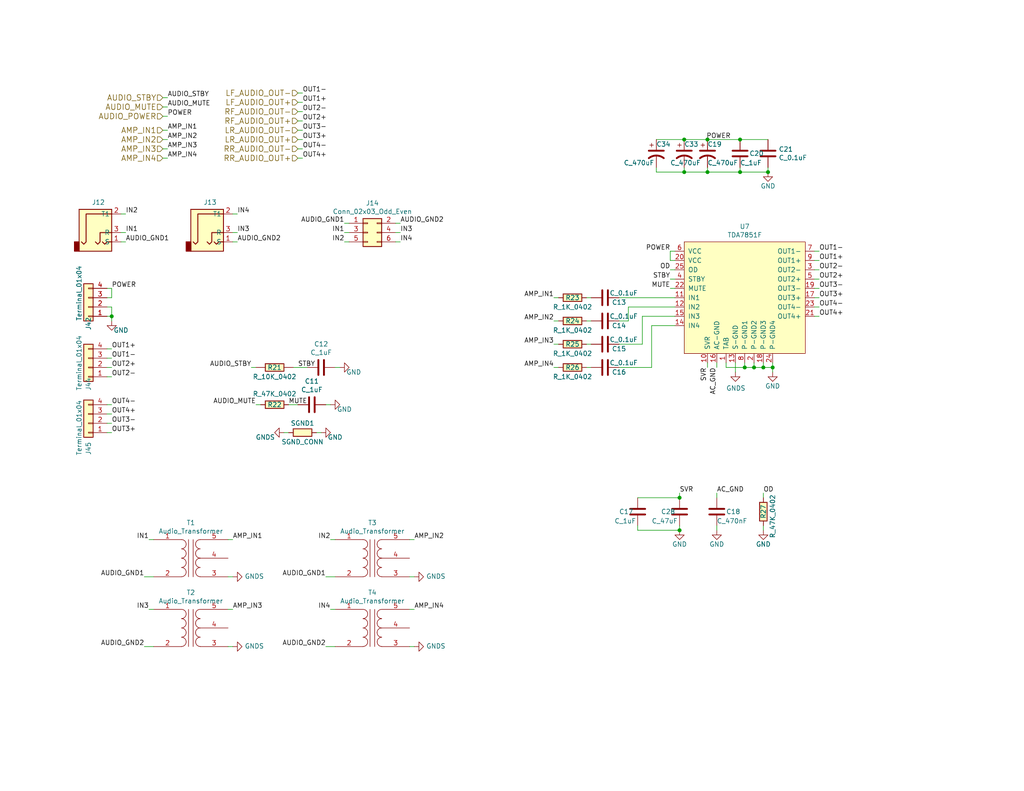
<source format=kicad_sch>
(kicad_sch (version 20211123) (generator eeschema)
  (paper "USLetter")
  (lib_symbols
    (symbol "Connector_Generic:Conn_02x03_Odd_Even" (pin_names (offset 1.016) hide)
      (property "Reference" "J" (at 1.27 5.08 0))
      (property "Value" "Connector_Generic_Conn_02x03_Odd_Even" (at 1.27 -5.08 0))
      (symbol "Conn_02x03_Odd_Even_1_1"
        (rectangle (start -1.27 -2.413) (end 0 -2.667) (stroke (width 0.1524)))
        (rectangle (start -1.27 0.127) (end 0 -0.127) (stroke (width 0.1524)))
        (rectangle (start -1.27 2.667) (end 0 2.413) (stroke (width 0.1524)))
        (rectangle (start -1.27 3.81) (end 3.81 -3.81) (stroke (width 0.254)) (fill (type background)))
        (rectangle (start 3.81 -2.413) (end 2.54 -2.667) (stroke (width 0.1524)))
        (rectangle (start 3.81 0.127) (end 2.54 -0.127) (stroke (width 0.1524)))
        (rectangle (start 3.81 2.667) (end 2.54 2.413) (stroke (width 0.1524)))
        (pin passive line (at -5.08 2.54 0) (length 3.81) (name "Pin_1") (number "1"))
        (pin passive line (at 7.62 2.54 180) (length 3.81) (name "Pin_2") (number "2"))
        (pin passive line (at -5.08 0 0) (length 3.81) (name "Pin_3") (number "3"))
        (pin passive line (at 7.62 0 180) (length 3.81) (name "Pin_4") (number "4"))
        (pin passive line (at -5.08 -2.54 0) (length 3.81) (name "Pin_5") (number "5"))
        (pin passive line (at 7.62 -2.54 180) (length 3.81) (name "Pin_6") (number "6"))
      )
    )
    (symbol "Open_Automation:Audio_Transformer" (pin_names (offset 1.016) hide)
      (property "Reference" "T" (at 0 6.35 0))
      (property "Value" "Open_Automation_Audio_Transformer" (at 0 -7.62 0))
      (symbol "Audio_Transformer_0_1"
        (arc (start -2.54 -5.0546) (mid -1.6599 -4.6901) (end -1.27 -3.81))
        (arc (start -2.54 -2.5146) (mid -1.6599 -2.1501) (end -1.27 -1.27))
        (arc (start -2.54 0.0254) (mid -1.6599 0.3899) (end -1.27 1.27))
        (arc (start -2.54 2.5654) (mid -1.6599 2.9299) (end -1.27 3.81))
        (arc (start -1.27 -3.81) (mid -1.642 -2.912) (end -2.54 -2.54))
        (arc (start -1.27 -1.27) (mid -1.642 -0.372) (end -2.54 0))
        (arc (start -1.27 1.27) (mid -1.642 2.168) (end -2.54 2.54))
        (arc (start -1.27 3.81) (mid -1.642 4.708) (end -2.54 5.08))
        (polyline (pts (xy -0.635 5.08) (xy -0.635 -5.08)))
        (polyline (pts (xy 0.635 -5.08) (xy 0.635 5.08)))
        (arc (start 1.2954 -1.27) (mid 1.6599 -2.1501) (end 2.54 -2.5146))
        (arc (start 1.2954 1.27) (mid 1.6599 0.3899) (end 2.54 0.0254))
        (arc (start 1.2954 3.81) (mid 1.6599 2.9299) (end 2.54 2.5654))
        (arc (start 1.3208 -3.81) (mid 1.6853 -4.6901) (end 2.5654 -5.0546))
        (arc (start 2.54 0) (mid 1.642 -0.372) (end 1.2954 -1.27))
        (arc (start 2.54 2.54) (mid 1.642 2.168) (end 1.2954 1.27))
        (arc (start 2.54 5.08) (mid 1.642 4.708) (end 1.2954 3.81))
        (arc (start 2.5654 -2.54) (mid 1.6674 -2.912) (end 1.3208 -3.81))
      )
      (symbol "Audio_Transformer_1_1"
        (pin passive line (at -10.16 5.08 0) (length 7.62) (name "AA") (number "1"))
        (pin passive line (at -10.16 -5.08 0) (length 7.62) (name "AB") (number "2"))
        (pin passive line (at 10.16 -5.08 180) (length 7.62) (name "SA") (number "3"))
        (pin passive line (at 10.16 0 180) (length 7.62) (name "SC") (number "4"))
        (pin passive line (at 10.16 5.08 180) (length 7.62) (name "SB") (number "5"))
      )
    )
    (symbol "Open_Automation:C_0.1uF" (pin_numbers hide) (pin_names (offset 0.254))
      (property "Reference" "C" (at 0.635 2.54 0))
      (property "Value" "Open_Automation_C_0.1uF" (at -8.255 -2.54 0))
      (symbol "C_0.1uF_0_1"
        (polyline (pts (xy -2.032 -0.762) (xy 2.032 -0.762)) (stroke (width 0.508)))
        (polyline (pts (xy -2.032 0.762) (xy 2.032 0.762)) (stroke (width 0.508)))
      )
      (symbol "C_0.1uF_1_1"
        (pin passive line (at 0 3.81 270) (length 2.794) (name "~") (number "1"))
        (pin passive line (at 0 -3.81 90) (length 2.794) (name "~") (number "2"))
      )
    )
    (symbol "Open_Automation:C_1uF" (pin_numbers hide) (pin_names (offset 0.254))
      (property "Reference" "C" (at 0.635 2.54 0))
      (property "Value" "Open_Automation_C_1uF" (at -5.715 -2.54 0))
      (symbol "C_1uF_0_1"
        (polyline (pts (xy -2.032 -0.762) (xy 2.032 -0.762)) (stroke (width 0.508)))
        (polyline (pts (xy -2.032 0.762) (xy 2.032 0.762)) (stroke (width 0.508)))
      )
      (symbol "C_1uF_1_1"
        (pin passive line (at 0 3.81 270) (length 2.794) (name "~") (number "1"))
        (pin passive line (at 0 -3.81 90) (length 2.794) (name "~") (number "2"))
      )
    )
    (symbol "Open_Automation:C_470uF" (pin_numbers hide) (pin_names (offset 0.254) hide)
      (property "Reference" "C" (at 0.635 2.54 0))
      (property "Value" "Open_Automation_C_470uF" (at 0.635 -2.54 0))
      (symbol "C_470uF_0_1"
        (polyline (pts (xy -2.032 0.762) (xy 2.032 0.762)) (stroke (width 0.508)))
        (polyline (pts (xy -1.778 2.286) (xy -0.762 2.286)))
        (polyline (pts (xy -1.27 1.778) (xy -1.27 2.794)))
        (arc (start 2.032 -1.27) (mid 0 -0.5572) (end -2.032 -1.27) (stroke (width 0.508)))
      )
      (symbol "C_470uF_1_1"
        (pin passive line (at 0 3.81 270) (length 2.794) (name "~") (number "1"))
        (pin passive line (at 0 -3.81 90) (length 3.302) (name "~") (number "2"))
      )
    )
    (symbol "Open_Automation:C_47uF" (pin_numbers hide) (pin_names (offset 0.254))
      (property "Reference" "C" (at 0.635 2.54 0))
      (property "Value" "Open_Automation_C_47uF" (at -5.715 -2.54 0))
      (symbol "C_47uF_0_1"
        (polyline (pts (xy -2.032 -0.762) (xy 2.032 -0.762)) (stroke (width 0.508)))
        (polyline (pts (xy -2.032 0.762) (xy 2.032 0.762)) (stroke (width 0.508)))
      )
      (symbol "C_47uF_1_1"
        (pin passive line (at 0 3.81 270) (length 2.794) (name "~") (number "1"))
        (pin passive line (at 0 -3.81 90) (length 2.794) (name "~") (number "2"))
      )
    )
    (symbol "Open_Automation:R_10K_0402" (pin_numbers hide) (pin_names (offset 0))
      (property "Reference" "R" (at 0 0 90))
      (property "Value" "Open_Automation_R_10K_0402" (at -1.905 0 90))
      (symbol "R_10K_0402_0_1"
        (rectangle (start -1.016 -2.54) (end 1.016 2.54) (stroke (width 0.254)) (fill (type background)))
      )
      (symbol "R_10K_0402_1_1"
        (pin passive line (at 0 -5.08 90) (length 2.54) (name "~") (number "1"))
        (pin passive line (at 0 5.08 270) (length 2.54) (name "~") (number "2"))
      )
    )
    (symbol "Open_Automation:R_1K_0402" (pin_numbers hide) (pin_names (offset 0))
      (property "Reference" "R" (at 0 0 90))
      (property "Value" "Open_Automation_R_1K_0402" (at -1.905 0 90))
      (symbol "R_1K_0402_0_1"
        (rectangle (start -1.016 -2.54) (end 1.016 2.54) (stroke (width 0.254)) (fill (type background)))
      )
      (symbol "R_1K_0402_1_1"
        (pin passive line (at 0 3.81 270) (length 1.27) (name "~") (number "1"))
        (pin passive line (at 0 -3.81 90) (length 1.27) (name "~") (number "2"))
      )
    )
    (symbol "Open_Automation:R_47K_0402" (pin_numbers hide) (pin_names (offset 0))
      (property "Reference" "R" (at 0 0 90))
      (property "Value" "Open_Automation_R_47K_0402" (at -1.905 0 90))
      (symbol "R_47K_0402_0_1"
        (rectangle (start -1.016 -2.54) (end 1.016 2.54) (stroke (width 0.254)) (fill (type background)))
      )
      (symbol "R_47K_0402_1_1"
        (pin passive line (at 0 3.81 270) (length 1.27) (name "~") (number "1"))
        (pin passive line (at 0 -3.81 90) (length 1.27) (name "~") (number "2"))
      )
    )
    (symbol "Open_Automation:SGND_CONN" (pin_numbers hide) (pin_names (offset 0))
      (property "Reference" "SGND" (at 0 0 90))
      (property "Value" "Open_Automation_SGND_CONN" (at -1.905 0 90))
      (symbol "SGND_CONN_0_1"
        (rectangle (start -1.016 -2.54) (end 1.016 2.54) (stroke (width 0.254)) (fill (type background)))
      )
      (symbol "SGND_CONN_1_1"
        (pin passive line (at 0 3.81 270) (length 1.27) (name "~") (number "1"))
        (pin passive line (at 0 -3.81 90) (length 1.27) (name "~") (number "2"))
      )
    )
    (symbol "Open_Automation:Terminal_01x04" (pin_names (offset 1.016) hide)
      (property "Reference" "J" (at 0 5.08 0))
      (property "Value" "Open_Automation_Terminal_01x04" (at 0 -7.62 0))
      (symbol "Terminal_01x04_1_1"
        (rectangle (start -1.27 -4.953) (end 0 -5.207) (stroke (width 0.1524)))
        (rectangle (start -1.27 -2.413) (end 0 -2.667) (stroke (width 0.1524)))
        (rectangle (start -1.27 0.127) (end 0 -0.127) (stroke (width 0.1524)))
        (rectangle (start -1.27 2.667) (end 0 2.413) (stroke (width 0.1524)))
        (rectangle (start -1.27 3.81) (end 1.27 -6.35) (stroke (width 0.254)) (fill (type background)))
        (pin passive line (at -5.08 2.54 0) (length 3.81) (name "Pin_1") (number "1"))
        (pin passive line (at -5.08 0 0) (length 3.81) (name "Pin_2") (number "2"))
        (pin passive line (at -5.08 -2.54 0) (length 3.81) (name "Pin_3") (number "3"))
        (pin passive line (at -5.08 -5.08 0) (length 3.81) (name "Pin_4") (number "4"))
      )
    )
    (symbol "open-dash-daughterboard-rescue:AudioJack_3.5TRS-Open_Automation"
      (property "Reference" "J" (at 0 5.08 0))
      (symbol "AudioJack_3.5TRS-Open_Automation_0_1"
        (rectangle (start -6.35 -5.08) (end -7.62 -7.62) (stroke (width 0.254)) (fill (type outline)))
        (polyline (pts (xy 0 -5.08) (xy 0.635 -5.715) (xy 1.27 -5.08) (xy 2.54 -5.08)) (stroke (width 0.254)))
        (polyline (pts (xy -5.715 -5.08) (xy -5.08 -5.715) (xy -4.445 -5.08) (xy -4.445 2.54) (xy 2.54 2.54)) (stroke (width 0.254)))
        (polyline (pts (xy -1.905 -5.08) (xy -1.27 -5.715) (xy -0.635 -5.08) (xy -0.635 -2.54) (xy 2.54 -2.54)) (stroke (width 0.254)))
        (rectangle (start 2.54 3.81) (end -6.35 -7.62) (stroke (width 0.254)) (fill (type background)))
      )
      (symbol "AudioJack_3.5TRS-Open_Automation_1_1"
        (pin passive line (at 5.08 -5.08 180) (length 2.54) (name "S") (number "1"))
        (pin passive line (at 5.08 2.54 180) (length 2.54) (name "T1") (number "2"))
        (pin passive line (at 5.08 -2.54 180) (length 2.54) (name "R") (number "3"))
      )
    )
    (symbol "open-dash-daughterboard-rescue:C_470nF-Open_Automation" (pin_numbers hide) (pin_names (offset 0.254))
      (property "Reference" "C" (at 2.54 0 0))
      (property "Value" "open-dash-daughterboard-rescue_C_470nF-Open_Automation" (at 0 -2.54 0))
      (symbol "C_470nF-Open_Automation_0_1"
        (polyline (pts (xy -2.032 -0.762) (xy 2.032 -0.762)) (stroke (width 0.508)))
        (polyline (pts (xy -2.032 0.762) (xy 2.032 0.762)) (stroke (width 0.508)))
      )
      (symbol "C_470nF-Open_Automation_1_1"
        (pin passive line (at 0 3.81 270) (length 2.794) (name "~") (number "1"))
        (pin passive line (at 0 -3.81 90) (length 2.794) (name "~") (number "2"))
      )
    )
    (symbol "open-dash-daughterboard-rescue:GND-power" (power) (pin_names (offset 0))
      (property "Value" "open-dash-daughterboard-rescue_GND-power" (at 0 -3.81 0))
      (symbol "GND-power_0_1"
        (polyline (pts (xy 0 0) (xy 0 -1.27) (xy 1.27 -1.27) (xy 0 -2.54) (xy -1.27 -1.27) (xy 0 -1.27)))
      )
      (symbol "GND-power_1_1"
        (pin power_in line (at 0 0 270) (length 0) hide (name "GND") (number "1"))
      )
    )
    (symbol "open-dash-daughterboard-rescue:TDA7851F-Open_Automation" (pin_names (offset 1.016))
      (property "Reference" "U" (at 13.97 12.7 0))
      (property "Value" "open-dash-daughterboard-rescue_TDA7851F-Open_Automation" (at 0 8.89 0))
      (symbol "TDA7851F-Open_Automation_0_1"
        (rectangle (start 16.51 -19.05) (end -16.51 11.43) (fill (type background)))
      )
      (symbol "TDA7851F-Open_Automation_1_1"
        (pin input line (at -5.08 -21.59 90) (length 2.54) (name "TAB") (number "1"))
        (pin input line (at -10.16 -21.59 90) (length 2.54) (name "SVR") (number "10"))
        (pin input line (at -19.05 -3.81 0) (length 2.54) (name "IN1") (number "11"))
        (pin input line (at -19.05 -6.35 0) (length 2.54) (name "IN2") (number "12"))
        (pin input line (at -2.54 -21.59 90) (length 2.54) (name "S-GND") (number "13"))
        (pin input line (at -19.05 -11.43 0) (length 2.54) (name "IN4") (number "14"))
        (pin input line (at -19.05 -8.89 0) (length 2.54) (name "IN3") (number "15"))
        (pin input line (at -7.62 -21.59 90) (length 2.54) (name "AC-GND") (number "16"))
        (pin input line (at 19.05 -3.81 180) (length 2.54) (name "OUT3+") (number "17"))
        (pin input line (at 5.08 -21.59 90) (length 2.54) (name "P-GND3") (number "18"))
        (pin input line (at 19.05 -1.27 180) (length 2.54) (name "OUT3-") (number "19"))
        (pin input line (at 2.54 -21.59 90) (length 2.54) (name "P-GND2") (number "2"))
        (pin input line (at -19.05 6.35 0) (length 2.54) (name "VCC") (number "20"))
        (pin input line (at 19.05 -8.89 180) (length 2.54) (name "OUT4+") (number "21"))
        (pin input line (at -19.05 -1.27 0) (length 2.54) (name "MUTE") (number "22"))
        (pin input line (at 19.05 -6.35 180) (length 2.54) (name "OUT4-") (number "23"))
        (pin input line (at 7.62 -21.59 90) (length 2.54) (name "P-GND4") (number "24"))
        (pin input line (at -19.05 3.81 0) (length 2.54) (name "OD") (number "25"))
        (pin input line (at 19.05 3.81 180) (length 2.54) (name "OUT2-") (number "3"))
        (pin input line (at -19.05 1.27 0) (length 2.54) (name "STBY") (number "4"))
        (pin input line (at 19.05 1.27 180) (length 2.54) (name "OUT2+") (number "5"))
        (pin input line (at -19.05 8.89 0) (length 2.54) (name "VCC") (number "6"))
        (pin input line (at 19.05 8.89 180) (length 2.54) (name "OUT1-") (number "7"))
        (pin input line (at 0 -21.59 90) (length 2.54) (name "P-GND1") (number "8"))
        (pin input line (at 19.05 6.35 180) (length 2.54) (name "OUT1+") (number "9"))
      )
    )
    (symbol "power:GNDS" (power) (pin_names (offset 0))
      (property "Value" "power_GNDS" (at 0 -3.81 0))
      (symbol "GNDS_0_1"
        (polyline (pts (xy 0 0) (xy 0 -1.27) (xy 1.27 -1.27) (xy 0 -2.54) (xy -1.27 -1.27) (xy 0 -1.27)))
      )
      (symbol "GNDS_1_1"
        (pin power_in line (at 0 0 270) (length 0) hide (name "GNDS") (number "1"))
      )
    )
  )
  (junction (at 208.28 100.33))
  (junction (at 205.74 100.33))
  (junction (at 185.42 144.78))
  (junction (at 186.69 38.1))
  (junction (at 193.04 46.99))
  (junction (at 203.2 100.33))
  (junction (at 185.42 135.89))
  (junction (at 209.55 46.99))
  (junction (at 30.48 86.36))
  (junction (at 201.93 46.99))
  (junction (at 210.82 100.33))
  (junction (at 193.04 38.1))
  (junction (at 201.93 38.1))
  (junction (at 186.69 46.99))
  (wire (pts (xy 222.25 68.58) (xy 223.52 68.58)))
  (wire (pts (xy 201.93 38.1) (xy 209.55 38.1)))
  (wire (pts (xy 113.03 157.48) (xy 111.76 157.48)))
  (wire (pts (xy 160.02 81.28) (xy 161.29 81.28)))
  (wire (pts (xy 29.21 81.28) (xy 30.48 81.28)))
  (wire (pts (xy 177.8 100.33) (xy 177.8 88.9)))
  (wire (pts (xy 175.26 86.36) (xy 184.15 86.36)))
  (wire (pts (xy 44.45 40.64) (xy 45.72 40.64)))
  (wire (pts (xy 223.52 86.36) (xy 222.25 86.36)))
  (wire (pts (xy 87.63 118.11) (xy 86.36 118.11)))
  (wire (pts (xy 90.17 110.49) (xy 88.9 110.49)))
  (wire (pts (xy 184.15 71.12) (xy 182.88 71.12)))
  (wire (pts (xy 113.03 166.37) (xy 111.76 166.37)))
  (wire (pts (xy 182.88 71.12) (xy 182.88 68.58)))
  (wire (pts (xy 186.69 45.72) (xy 186.69 46.99)))
  (wire (pts (xy 30.48 81.28) (xy 30.48 78.74)))
  (wire (pts (xy 205.74 99.06) (xy 205.74 100.33)))
  (wire (pts (xy 151.13 87.63) (xy 152.4 87.63)))
  (wire (pts (xy 151.13 100.33) (xy 152.4 100.33)))
  (wire (pts (xy 182.88 76.2) (xy 184.15 76.2)))
  (wire (pts (xy 93.98 66.04) (xy 95.25 66.04)))
  (wire (pts (xy 160.02 100.33) (xy 161.29 100.33)))
  (wire (pts (xy 81.28 35.56) (xy 82.55 35.56)))
  (wire (pts (xy 173.99 144.78) (xy 185.42 144.78)))
  (wire (pts (xy 64.77 66.04) (xy 63.5 66.04)))
  (wire (pts (xy 113.03 176.53) (xy 111.76 176.53)))
  (wire (pts (xy 223.52 71.12) (xy 222.25 71.12)))
  (wire (pts (xy 171.45 83.82) (xy 184.15 83.82)))
  (wire (pts (xy 210.82 100.33) (xy 210.82 101.6)))
  (wire (pts (xy 81.28 25.4) (xy 82.55 25.4)))
  (wire (pts (xy 82.55 43.18) (xy 81.28 43.18)))
  (wire (pts (xy 39.37 157.48) (xy 41.91 157.48)))
  (wire (pts (xy 175.26 93.98) (xy 175.26 86.36)))
  (wire (pts (xy 208.28 134.62) (xy 208.28 135.89)))
  (wire (pts (xy 205.74 100.33) (xy 208.28 100.33)))
  (wire (pts (xy 193.04 100.33) (xy 193.04 99.06)))
  (wire (pts (xy 90.17 166.37) (xy 91.44 166.37)))
  (wire (pts (xy 29.21 115.57) (xy 30.48 115.57)))
  (wire (pts (xy 30.48 95.25) (xy 29.21 95.25)))
  (wire (pts (xy 201.93 46.99) (xy 201.93 45.72)))
  (wire (pts (xy 82.55 27.94) (xy 81.28 27.94)))
  (wire (pts (xy 82.55 33.02) (xy 81.28 33.02)))
  (wire (pts (xy 64.77 63.5) (xy 63.5 63.5)))
  (wire (pts (xy 171.45 87.63) (xy 171.45 83.82)))
  (wire (pts (xy 151.13 93.98) (xy 152.4 93.98)))
  (wire (pts (xy 193.04 46.99) (xy 201.93 46.99)))
  (wire (pts (xy 177.8 88.9) (xy 184.15 88.9)))
  (wire (pts (xy 44.45 29.21) (xy 45.72 29.21)))
  (wire (pts (xy 222.25 73.66) (xy 223.52 73.66)))
  (wire (pts (xy 63.5 58.42) (xy 64.77 58.42)))
  (wire (pts (xy 30.48 78.74) (xy 29.21 78.74)))
  (wire (pts (xy 30.48 83.82) (xy 30.48 86.36)))
  (wire (pts (xy 198.12 100.33) (xy 203.2 100.33)))
  (wire (pts (xy 63.5 176.53) (xy 62.23 176.53)))
  (wire (pts (xy 44.45 35.56) (xy 45.72 35.56)))
  (wire (pts (xy 179.07 45.72) (xy 179.07 46.99)))
  (wire (pts (xy 78.74 110.49) (xy 81.28 110.49)))
  (wire (pts (xy 109.22 63.5) (xy 107.95 63.5)))
  (wire (pts (xy 88.9 157.48) (xy 91.44 157.48)))
  (wire (pts (xy 168.91 93.98) (xy 175.26 93.98)))
  (wire (pts (xy 81.28 30.48) (xy 82.55 30.48)))
  (wire (pts (xy 90.17 147.32) (xy 91.44 147.32)))
  (wire (pts (xy 198.12 99.06) (xy 198.12 100.33)))
  (wire (pts (xy 88.9 176.53) (xy 91.44 176.53)))
  (wire (pts (xy 40.64 147.32) (xy 41.91 147.32)))
  (wire (pts (xy 160.02 87.63) (xy 161.29 87.63)))
  (wire (pts (xy 63.5 157.48) (xy 62.23 157.48)))
  (wire (pts (xy 223.52 81.28) (xy 222.25 81.28)))
  (wire (pts (xy 113.03 147.32) (xy 111.76 147.32)))
  (wire (pts (xy 168.91 87.63) (xy 171.45 87.63)))
  (wire (pts (xy 40.64 166.37) (xy 41.91 166.37)))
  (wire (pts (xy 195.58 144.78) (xy 195.58 143.51)))
  (wire (pts (xy 77.47 118.11) (xy 78.74 118.11)))
  (wire (pts (xy 34.29 63.5) (xy 33.02 63.5)))
  (wire (pts (xy 186.69 38.1) (xy 193.04 38.1)))
  (wire (pts (xy 30.48 113.03) (xy 29.21 113.03)))
  (wire (pts (xy 33.02 58.42) (xy 34.29 58.42)))
  (wire (pts (xy 69.85 100.33) (xy 68.58 100.33)))
  (wire (pts (xy 193.04 46.99) (xy 193.04 45.72)))
  (wire (pts (xy 210.82 99.06) (xy 210.82 100.33)))
  (wire (pts (xy 30.48 118.11) (xy 29.21 118.11)))
  (wire (pts (xy 182.88 68.58) (xy 184.15 68.58)))
  (wire (pts (xy 208.28 100.33) (xy 210.82 100.33)))
  (wire (pts (xy 223.52 76.2) (xy 222.25 76.2)))
  (wire (pts (xy 203.2 100.33) (xy 205.74 100.33)))
  (wire (pts (xy 208.28 99.06) (xy 208.28 100.33)))
  (wire (pts (xy 29.21 83.82) (xy 30.48 83.82)))
  (wire (pts (xy 185.42 134.62) (xy 185.42 135.89)))
  (wire (pts (xy 195.58 134.62) (xy 195.58 135.89)))
  (wire (pts (xy 209.55 45.72) (xy 209.55 46.99)))
  (wire (pts (xy 173.99 143.51) (xy 173.99 144.78)))
  (wire (pts (xy 109.22 60.96) (xy 107.95 60.96)))
  (wire (pts (xy 193.04 38.1) (xy 201.93 38.1)))
  (wire (pts (xy 195.58 100.33) (xy 195.58 99.06)))
  (wire (pts (xy 222.25 78.74) (xy 223.52 78.74)))
  (wire (pts (xy 208.28 144.78) (xy 208.28 143.51)))
  (wire (pts (xy 182.88 73.66) (xy 184.15 73.66)))
  (wire (pts (xy 39.37 176.53) (xy 41.91 176.53)))
  (wire (pts (xy 201.93 46.99) (xy 209.55 46.99)))
  (wire (pts (xy 160.02 93.98) (xy 161.29 93.98)))
  (wire (pts (xy 203.2 99.06) (xy 203.2 100.33)))
  (wire (pts (xy 173.99 135.89) (xy 185.42 135.89)))
  (wire (pts (xy 200.66 99.06) (xy 200.66 101.6)))
  (wire (pts (xy 95.25 63.5) (xy 93.98 63.5)))
  (wire (pts (xy 179.07 46.99) (xy 186.69 46.99)))
  (wire (pts (xy 186.69 46.99) (xy 193.04 46.99)))
  (wire (pts (xy 151.13 81.28) (xy 152.4 81.28)))
  (wire (pts (xy 69.85 110.49) (xy 71.12 110.49)))
  (wire (pts (xy 44.45 31.75) (xy 45.72 31.75)))
  (wire (pts (xy 185.42 144.78) (xy 185.42 143.51)))
  (wire (pts (xy 222.25 83.82) (xy 223.52 83.82)))
  (wire (pts (xy 182.88 78.74) (xy 184.15 78.74)))
  (wire (pts (xy 29.21 97.79) (xy 30.48 97.79)))
  (wire (pts (xy 45.72 38.1) (xy 44.45 38.1)))
  (wire (pts (xy 168.91 100.33) (xy 177.8 100.33)))
  (wire (pts (xy 45.72 43.18) (xy 44.45 43.18)))
  (wire (pts (xy 63.5 166.37) (xy 62.23 166.37)))
  (wire (pts (xy 92.71 100.33) (xy 91.44 100.33)))
  (wire (pts (xy 29.21 86.36) (xy 30.48 86.36)))
  (wire (pts (xy 93.98 60.96) (xy 95.25 60.96)))
  (wire (pts (xy 30.48 86.36) (xy 30.48 87.63)))
  (wire (pts (xy 168.91 81.28) (xy 184.15 81.28)))
  (wire (pts (xy 34.29 66.04) (xy 33.02 66.04)))
  (wire (pts (xy 44.45 26.67) (xy 45.72 26.67)))
  (wire (pts (xy 82.55 38.1) (xy 81.28 38.1)))
  (wire (pts (xy 29.21 110.49) (xy 30.48 110.49)))
  (wire (pts (xy 81.28 40.64) (xy 82.55 40.64)))
  (wire (pts (xy 80.01 100.33) (xy 83.82 100.33)))
  (wire (pts (xy 63.5 147.32) (xy 62.23 147.32)))
  (wire (pts (xy 29.21 102.87) (xy 30.48 102.87)))
  (wire (pts (xy 107.95 66.04) (xy 109.22 66.04)))
  (wire (pts (xy 179.07 38.1) (xy 186.69 38.1)))
  (wire (pts (xy 29.21 100.33) (xy 30.48 100.33)))
  (label "STBY" (at 81.28 100.33 0))
  (label "OUT2-" (at 223.52 73.66 0))
  (label "OUT3+" (at 30.48 118.11 0))
  (label "AMP_IN1" (at 45.72 35.56 0))
  (label "IN3" (at 109.22 63.5 0))
  (label "MUTE" (at 182.88 78.74 180))
  (label "STBY" (at 182.88 76.2 180))
  (label "OUT3-" (at 223.52 78.74 0))
  (label "AMP_IN1" (at 63.5 147.32 0))
  (label "OUT4+" (at 30.48 113.03 0))
  (label "OUT1-" (at 82.55 25.4 0))
  (label "AUDIO_GND2" (at 39.37 176.53 180))
  (label "IN4" (at 90.17 166.37 180))
  (label "AUDIO_GND1" (at 39.37 157.48 180))
  (label "POWER" (at 199.39 38.1 180))
  (label "AMP_IN2" (at 113.03 147.32 0))
  (label "OUT4-" (at 30.48 110.49 0))
  (label "AC_GND" (at 195.58 134.62 0))
  (label "OUT1-" (at 223.52 68.58 0))
  (label "OUT4+" (at 82.55 43.18 0))
  (label "AMP_IN2" (at 45.72 38.1 0))
  (label "OUT4+" (at 223.52 86.36 0))
  (label "IN1" (at 40.64 147.32 180))
  (label "POWER" (at 30.48 78.74 0))
  (label "IN2" (at 34.29 58.42 0))
  (label "IN4" (at 64.77 58.42 0))
  (label "AMP_IN3" (at 151.13 93.98 180))
  (label "IN1" (at 93.98 63.5 180))
  (label "OUT2-" (at 82.55 30.48 0))
  (label "AUDIO_GND1" (at 93.98 60.96 180))
  (label "AC_GND" (at 195.58 100.33 270))
  (label "AUDIO_GND2" (at 109.22 60.96 0))
  (label "OD" (at 182.88 73.66 180))
  (label "SVR" (at 185.42 134.62 0))
  (label "OUT4-" (at 223.52 83.82 0))
  (label "IN3" (at 40.64 166.37 180))
  (label "OUT3+" (at 82.55 38.1 0))
  (label "OUT1+" (at 223.52 71.12 0))
  (label "AMP_IN1" (at 151.13 81.28 180))
  (label "AMP_IN3" (at 45.72 40.64 0))
  (label "AMP_IN4" (at 113.03 166.37 0))
  (label "AMP_IN4" (at 45.72 43.18 0))
  (label "AMP_IN4" (at 151.13 100.33 180))
  (label "OUT2+" (at 82.55 33.02 0))
  (label "MUTE" (at 78.74 110.49 0))
  (label "OUT1+" (at 30.48 95.25 0))
  (label "AUDIO_GND1" (at 34.29 66.04 0))
  (label "AUDIO_GND1" (at 88.9 157.48 180))
  (label "SVR" (at 193.04 100.33 270))
  (label "IN2" (at 90.17 147.32 180))
  (label "OUT3+" (at 223.52 81.28 0))
  (label "OUT4-" (at 82.55 40.64 0))
  (label "IN3" (at 64.77 63.5 0))
  (label "OUT1-" (at 30.48 97.79 0))
  (label "IN1" (at 34.29 63.5 0))
  (label "AUDIO_GND2" (at 64.77 66.04 0))
  (label "OUT3-" (at 30.48 115.57 0))
  (label "POWER" (at 45.72 31.75 0))
  (label "AUDIO_GND2" (at 88.9 176.53 180))
  (label "IN4" (at 109.22 66.04 0))
  (label "OUT1+" (at 82.55 27.94 0))
  (label "AMP_IN2" (at 151.13 87.63 180))
  (label "AUDIO_STBY" (at 45.72 26.67 0))
  (label "AMP_IN3" (at 63.5 166.37 0))
  (label "POWER" (at 182.88 68.58 180))
  (label "AUDIO_MUTE" (at 69.85 110.49 180))
  (label "IN2" (at 93.98 66.04 180))
  (label "OUT2-" (at 30.48 102.87 0))
  (label "OUT2+" (at 223.52 76.2 0))
  (label "AUDIO_MUTE" (at 45.72 29.21 0))
  (label "OUT3-" (at 82.55 35.56 0))
  (label "AUDIO_STBY" (at 68.58 100.33 180))
  (label "OD" (at 208.28 134.62 0))
  (label "OUT2+" (at 30.48 100.33 0))
  (hierarchical_label "AMP_IN4" (shape input) (at 44.45 43.18 180) (effects (font (size 1.524 1.524))))
  (hierarchical_label "AMP_IN3" (shape input) (at 44.45 40.64 180) (effects (font (size 1.524 1.524))))
  (hierarchical_label "AMP_IN1" (shape input) (at 44.45 35.56 180) (effects (font (size 1.524 1.524))))
  (hierarchical_label "RF_AUDIO_OUT-" (shape input) (at 81.28 30.48 180) (effects (font (size 1.524 1.524))))
  (hierarchical_label "RR_AUDIO_OUT-" (shape input) (at 81.28 40.64 180) (effects (font (size 1.524 1.524))))
  (hierarchical_label "LR_AUDIO_OUT-" (shape input) (at 81.28 35.56 180) (effects (font (size 1.524 1.524))))
  (hierarchical_label "LR_AUDIO_OUT+" (shape input) (at 81.28 38.1 180) (effects (font (size 1.524 1.524))))
  (hierarchical_label "AUDIO_POWER" (shape input) (at 44.45 31.75 180) (effects (font (size 1.524 1.524))))
  (hierarchical_label "AMP_IN2" (shape input) (at 44.45 38.1 180) (effects (font (size 1.524 1.524))))
  (hierarchical_label "LF_AUDIO_OUT-" (shape input) (at 81.28 25.4 180) (effects (font (size 1.524 1.524))))
  (hierarchical_label "RR_AUDIO_OUT+" (shape input) (at 81.28 43.18 180) (effects (font (size 1.524 1.524))))
  (hierarchical_label "LF_AUDIO_OUT+" (shape input) (at 81.28 27.94 180) (effects (font (size 1.524 1.524))))
  (hierarchical_label "RF_AUDIO_OUT+" (shape input) (at 81.28 33.02 180) (effects (font (size 1.524 1.524))))
  (hierarchical_label "AUDIO_MUTE" (shape input) (at 44.45 29.21 180) (effects (font (size 1.524 1.524))))
  (hierarchical_label "AUDIO_STBY" (shape input) (at 44.45 26.67 180) (effects (font (size 1.524 1.524))))
  (symbol (lib_id "open-dash-daughterboard-rescue:TDA7851F-Open_Automation") (at 203.2 77.47 0) (unit 1)
    (property "Reference" "U7" (at 203.2 61.849 0))
    (property "Value" "TDA7851F" (at 203.2 64.1604 0))
    (property "Footprint" "Open_Automation:Flexiwatt25-V" (effects hide))
    (property "Datasheet" "https://www.st.com/content/ccc/resource/technical/document/datasheet/04/31/d3/4a/29/2a/41/b6/CD00278573.pdf/files/CD00278573.pdf/jcr:content/translations/en.CD00278573.pdf" (effects hide))
    (property "Part Number" "TDA7851F" (effects hide))
    (property "Website" "https://www.digikey.com/product-detail/en/stmicroelectronics/TDA7851F/497-11760-5-ND/2214752" (effects hide))
  )
  (symbol (lib_id "open-dash-daughterboard-rescue:GND-power") (at 92.71 100.33 90) (unit 1)
    (property "Reference" "#PWR059" (effects hide))
    (property "Value" "GND" (at 96.52 101.6 90))
  )
  (symbol (lib_id "open-dash-daughterboard-rescue:C_470nF-Open_Automation") (at 195.58 139.7 0) (unit 1)
    (property "Reference" "C18" (at 198.12 139.7 0) (effects (justify left)))
    (property "Value" "C_470nF" (at 195.58 142.24 0) (effects (justify left)))
    (property "Footprint" "Capacitor_SMD:C_0603_1608Metric_Pad1.08x0.95mm_HandSolder" (effects hide))
    (property "Datasheet" "https://datasheet.lcsc.com/szlcsc/Samsung-Electro-Mechanics-CL10B474KA8NNNC_C1623.pdf" (effects hide))
    (property "Part Number" "CL10B474KA8NNNC" (effects hide))
    (property "LCSC" "C1623" (effects hide))
  )
  (symbol (lib_id "open-dash-daughterboard-rescue:AudioJack_3.5TRS-Open_Automation") (at 27.94 60.96 0) (unit 1)
    (property "Reference" "J12" (at 26.8478 55.245 0))
    (property "Value" "AudioJack_3.5TRS" (effects hide))
    (property "Footprint" "Open_Automation:AudioJack_SJ1-3525N" (effects hide))
    (property "Datasheet" "https://www.cui.com/product/resource/sj1-352xn-series.pdf" (effects hide))
    (property "Website" "https://www.digikey.com/product-detail/en/cui-inc/SJ1-3525N/CP1-3525N-ND/738687" (effects hide))
    (property "Part Number" "SJ1-3525N" (effects hide))
  )
  (symbol (lib_id "open-dash-daughterboard-rescue:AudioJack_3.5TRS-Open_Automation") (at 58.42 60.96 0) (unit 1)
    (property "Reference" "J13" (at 57.3278 55.245 0))
    (property "Value" "AudioJack_3.5TRS" (effects hide))
    (property "Footprint" "Open_Automation:AudioJack_SJ1-3525N" (effects hide))
    (property "Datasheet" "https://www.cui.com/product/resource/sj1-352xn-series.pdf" (effects hide))
    (property "Website" "https://www.digikey.com/product-detail/en/cui-inc/SJ1-3525N/CP1-3525N-ND/738687" (effects hide))
    (property "Part Number" "SJ1-3525N" (effects hide))
  )
  (symbol (lib_id "open-dash-daughterboard-rescue:GND-power") (at 90.17 110.49 90) (unit 1)
    (property "Reference" "#PWR058" (effects hide))
    (property "Value" "GND" (at 93.98 111.76 90))
  )
  (symbol (lib_id "open-dash-daughterboard-rescue:GND-power") (at 185.42 144.78 0) (unit 1)
    (property "Reference" "#PWR063" (effects hide))
    (property "Value" "GND" (at 185.42 148.59 0))
  )
  (symbol (lib_id "open-dash-daughterboard-rescue:GND-power") (at 195.58 144.78 0) (unit 1)
    (property "Reference" "#PWR064" (effects hide))
    (property "Value" "GND" (at 195.58 148.59 0))
  )
  (symbol (lib_id "open-dash-daughterboard-rescue:GND-power") (at 208.28 144.78 0) (unit 1)
    (property "Reference" "#PWR065" (effects hide))
    (property "Value" "GND" (at 208.28 148.59 0))
  )
  (symbol (lib_id "open-dash-daughterboard-rescue:GND-power") (at 209.55 46.99 0) (unit 1)
    (property "Reference" "#PWR066" (effects hide))
    (property "Value" "GND" (at 209.55 50.8 0))
  )
  (symbol (lib_id "open-dash-daughterboard-rescue:GND-power") (at 210.82 101.6 0) (unit 1)
    (property "Reference" "#PWR067" (effects hide))
    (property "Value" "GND" (at 210.82 105.41 0))
  )
  (symbol (lib_id "Open_Automation:C_470uF") (at 193.04 41.91 0) (unit 1)
    (property "Reference" "C19" (at 193.04 39.37 0) (effects (justify left)))
    (property "Value" "C_470uF" (at 193.04 44.45 0) (effects (justify left)))
    (property "Footprint" "Capacitor_SMD:CP_Elec_10x10" (effects hide))
    (property "Datasheet" "https://datasheet.lcsc.com/szlcsc/1809192324_Honor-Elec-RVT1V471M1010_C3350.pdf" (effects hide))
    (property "Part Number" "RVT1V471M1010" (effects hide))
    (property "LCSC" "C3350" (effects hide))
  )
  (symbol (lib_id "Open_Automation:R_10K_0402") (at 74.93 100.33 270) (unit 1)
    (property "Reference" "R21" (at 74.93 100.33 90))
    (property "Value" "R_10K_0402" (at 74.93 102.87 90))
    (property "Footprint" "Resistor_SMD:R_0402_1005Metric_Pad0.72x0.64mm_HandSolder" (effects hide))
    (property "Datasheet" "https://datasheet.lcsc.com/szlcsc/Uniroyal-Elec-0402WGF1002TCE_C25744.pdf" (effects hide))
    (property "Part Number" "0402WGF1002TCE" (effects hide))
    (property "LCSC" "C25744" (effects hide))
  )
  (symbol (lib_id "Open_Automation:C_1uF") (at 87.63 100.33 270) (unit 1)
    (property "Reference" "C12" (at 87.63 93.9292 90))
    (property "Value" "C_1uF" (at 87.63 96.2406 90))
    (property "Footprint" "Capacitor_SMD:C_0402_1005Metric_Pad0.74x0.62mm_HandSolder" (effects hide))
    (property "Datasheet" "https://datasheet.lcsc.com/szlcsc/Samsung-Electro-Mechanics-CL05A105KA5NQNC_C52923.pdf" (effects hide))
    (property "LCSC" "C52923" (effects hide))
    (property "Part Number" "CL05A105KA5NQNC" (effects hide))
  )
  (symbol (lib_id "Open_Automation:C_1uF") (at 85.09 110.49 270) (unit 1)
    (property "Reference" "C11" (at 85.09 104.0892 90))
    (property "Value" "C_1uF" (at 85.09 106.4006 90))
    (property "Footprint" "Capacitor_SMD:C_0402_1005Metric_Pad0.74x0.62mm_HandSolder" (effects hide))
    (property "Datasheet" "https://datasheet.lcsc.com/szlcsc/Samsung-Electro-Mechanics-CL05A105KA5NQNC_C52923.pdf" (effects hide))
    (property "LCSC" "C52923" (effects hide))
    (property "Part Number" "CL05A105KA5NQNC" (effects hide))
  )
  (symbol (lib_id "Open_Automation:C_1uF") (at 201.93 41.91 180) (unit 1)
    (property "Reference" "C20" (at 204.47 41.91 0) (effects (justify right)))
    (property "Value" "C_1uF" (at 201.93 44.45 0) (effects (justify right)))
    (property "Footprint" "Capacitor_SMD:C_0402_1005Metric_Pad0.74x0.62mm_HandSolder" (effects hide))
    (property "Datasheet" "https://datasheet.lcsc.com/szlcsc/Samsung-Electro-Mechanics-CL05A105KA5NQNC_C52923.pdf" (effects hide))
    (property "LCSC" "C52923" (effects hide))
    (property "Part Number" "CL05A105KA5NQNC" (effects hide))
  )
  (symbol (lib_id "Open_Automation:C_0.1uF") (at 209.55 41.91 0) (unit 1)
    (property "Reference" "C21" (at 212.471 40.7416 0) (effects (justify left)))
    (property "Value" "C_0.1uF" (at 212.471 43.053 0) (effects (justify left)))
    (property "Footprint" "Capacitor_SMD:C_0402_1005Metric_Pad0.74x0.62mm_HandSolder" (effects hide))
    (property "Datasheet" "https://datasheet.lcsc.com/szlcsc/Samsung-Electro-Mechanics-CL05B104KO5NNNC_C1525.pdf" (effects hide))
    (property "Part Number" "CL05B104KO5NNNC" (effects hide))
    (property "LCSC" "C1525" (effects hide))
  )
  (symbol (lib_id "Open_Automation:C_0.1uF") (at 165.1 81.28 270) (unit 1)
    (property "Reference" "C13" (at 168.91 82.55 90))
    (property "Value" "C_0.1uF" (at 170.18 80.01 90))
    (property "Footprint" "Capacitor_SMD:C_0402_1005Metric_Pad0.74x0.62mm_HandSolder" (effects hide))
    (property "Datasheet" "https://datasheet.lcsc.com/szlcsc/Samsung-Electro-Mechanics-CL05B104KO5NNNC_C1525.pdf" (effects hide))
    (property "Part Number" "CL05B104KO5NNNC" (effects hide))
    (property "LCSC" "C1525" (effects hide))
  )
  (symbol (lib_id "Open_Automation:C_0.1uF") (at 165.1 87.63 270) (unit 1)
    (property "Reference" "C14" (at 168.91 88.9 90))
    (property "Value" "C_0.1uF" (at 170.18 86.36 90))
    (property "Footprint" "Capacitor_SMD:C_0402_1005Metric_Pad0.74x0.62mm_HandSolder" (effects hide))
    (property "Datasheet" "https://datasheet.lcsc.com/szlcsc/Samsung-Electro-Mechanics-CL05B104KO5NNNC_C1525.pdf" (effects hide))
    (property "Part Number" "CL05B104KO5NNNC" (effects hide))
    (property "LCSC" "C1525" (effects hide))
  )
  (symbol (lib_id "Open_Automation:C_0.1uF") (at 165.1 93.98 270) (unit 1)
    (property "Reference" "C15" (at 168.91 95.25 90))
    (property "Value" "C_0.1uF" (at 170.18 92.71 90))
    (property "Footprint" "Capacitor_SMD:C_0402_1005Metric_Pad0.74x0.62mm_HandSolder" (effects hide))
    (property "Datasheet" "https://datasheet.lcsc.com/szlcsc/Samsung-Electro-Mechanics-CL05B104KO5NNNC_C1525.pdf" (effects hide))
    (property "Part Number" "CL05B104KO5NNNC" (effects hide))
    (property "LCSC" "C1525" (effects hide))
  )
  (symbol (lib_id "Open_Automation:C_0.1uF") (at 165.1 100.33 270) (unit 1)
    (property "Reference" "C16" (at 168.91 101.6 90))
    (property "Value" "C_0.1uF" (at 170.18 99.06 90))
    (property "Footprint" "Capacitor_SMD:C_0402_1005Metric_Pad0.74x0.62mm_HandSolder" (effects hide))
    (property "Datasheet" "https://datasheet.lcsc.com/szlcsc/Samsung-Electro-Mechanics-CL05B104KO5NNNC_C1525.pdf" (effects hide))
    (property "Part Number" "CL05B104KO5NNNC" (effects hide))
    (property "LCSC" "C1525" (effects hide))
  )
  (symbol (lib_id "Open_Automation:R_47K_0402") (at 74.93 110.49 270) (unit 1)
    (property "Reference" "R22" (at 74.93 110.49 90))
    (property "Value" "R_47K_0402" (at 74.93 107.5436 90))
    (property "Footprint" "Resistor_SMD:R_0402_1005Metric_Pad0.72x0.64mm_HandSolder" (effects hide))
    (property "Datasheet" "https://datasheet.lcsc.com/szlcsc/Uniroyal-Elec-0402WGF4702TCE_C25792.pdf" (effects hide))
    (property "Part Number" "0402WGF4702TCE" (effects hide))
    (property "LCSC" "C25792" (effects hide))
  )
  (symbol (lib_id "Open_Automation:R_47K_0402") (at 208.28 139.7 180) (unit 1)
    (property "Reference" "R27" (at 208.28 139.7 90))
    (property "Value" "R_47K_0402" (at 210.82 140.97 90))
    (property "Footprint" "Resistor_SMD:R_0402_1005Metric_Pad0.72x0.64mm_HandSolder" (effects hide))
    (property "Datasheet" "https://datasheet.lcsc.com/szlcsc/Uniroyal-Elec-0402WGF4702TCE_C25792.pdf" (effects hide))
    (property "Part Number" "0402WGF4702TCE" (effects hide))
    (property "LCSC" "C25792" (effects hide))
  )
  (symbol (lib_id "Open_Automation:R_1K_0402") (at 156.21 81.28 270) (unit 1)
    (property "Reference" "R23" (at 156.21 81.28 90))
    (property "Value" "R_1K_0402" (at 156.21 83.82 90))
    (property "Footprint" "Resistor_SMD:R_0402_1005Metric_Pad0.72x0.64mm_HandSolder" (effects hide))
    (property "Datasheet" "https://www.digikey.com/product-detail/en/panasonic-electronic-components/ERJ-3GEYJ102V/P1.0KGDKR-ND/577615" (effects hide))
    (property "Part Number" "0402WGF1001TCE" (effects hide))
    (property "LCSC" "C11702" (effects hide))
  )
  (symbol (lib_id "Open_Automation:R_1K_0402") (at 156.21 87.63 270) (unit 1)
    (property "Reference" "R24" (at 156.21 87.63 90))
    (property "Value" "R_1K_0402" (at 156.21 90.17 90))
    (property "Footprint" "Resistor_SMD:R_0402_1005Metric_Pad0.72x0.64mm_HandSolder" (effects hide))
    (property "Datasheet" "https://www.digikey.com/product-detail/en/panasonic-electronic-components/ERJ-3GEYJ102V/P1.0KGDKR-ND/577615" (effects hide))
    (property "Part Number" "0402WGF1001TCE" (effects hide))
    (property "LCSC" "C11702" (effects hide))
  )
  (symbol (lib_id "Open_Automation:R_1K_0402") (at 156.21 93.98 270) (unit 1)
    (property "Reference" "R25" (at 156.21 93.98 90))
    (property "Value" "R_1K_0402" (at 156.21 96.52 90))
    (property "Footprint" "Resistor_SMD:R_0402_1005Metric_Pad0.72x0.64mm_HandSolder" (effects hide))
    (property "Datasheet" "https://www.digikey.com/product-detail/en/panasonic-electronic-components/ERJ-3GEYJ102V/P1.0KGDKR-ND/577615" (effects hide))
    (property "Part Number" "0402WGF1001TCE" (effects hide))
    (property "LCSC" "C11702" (effects hide))
  )
  (symbol (lib_id "Open_Automation:R_1K_0402") (at 156.21 100.33 270) (unit 1)
    (property "Reference" "R26" (at 156.21 100.33 90))
    (property "Value" "R_1K_0402" (at 156.21 102.87 90))
    (property "Footprint" "Resistor_SMD:R_0402_1005Metric_Pad0.72x0.64mm_HandSolder" (effects hide))
    (property "Datasheet" "https://www.digikey.com/product-detail/en/panasonic-electronic-components/ERJ-3GEYJ102V/P1.0KGDKR-ND/577615" (effects hide))
    (property "Part Number" "0402WGF1001TCE" (effects hide))
    (property "LCSC" "C11702" (effects hide))
  )
  (symbol (lib_id "power:GNDS") (at 200.66 101.6 0) (unit 1)
    (property "Reference" "#PWR0151" (effects hide))
    (property "Value" "GNDS" (at 200.787 105.9942 0))
  )
  (symbol (lib_id "power:GNDS") (at 63.5 176.53 90) (unit 1)
    (property "Reference" "#PWR0152" (effects hide))
    (property "Value" "GNDS" (at 66.7512 176.403 90) (effects (justify right)))
  )
  (symbol (lib_id "power:GNDS") (at 63.5 157.48 90) (unit 1)
    (property "Reference" "#PWR0153" (effects hide))
    (property "Value" "GNDS" (at 66.7512 157.353 90) (effects (justify right)))
  )
  (symbol (lib_id "power:GNDS") (at 113.03 157.48 90) (unit 1)
    (property "Reference" "#PWR0154" (effects hide))
    (property "Value" "GNDS" (at 116.2812 157.353 90) (effects (justify right)))
  )
  (symbol (lib_id "power:GNDS") (at 113.03 176.53 90) (unit 1)
    (property "Reference" "#PWR0155" (effects hide))
    (property "Value" "GNDS" (at 116.2812 176.403 90) (effects (justify right)))
  )
  (symbol (lib_id "Connector_Generic:Conn_02x03_Odd_Even") (at 100.33 63.5 0) (unit 1)
    (property "Reference" "J14" (at 101.6 55.4482 0))
    (property "Value" "Conn_02x03_Odd_Even" (at 101.6 57.7596 0))
    (property "Footprint" "Connector_PinHeader_2.54mm:PinHeader_2x03_P2.54mm_Vertical" (effects hide))
  )
  (symbol (lib_id "open-dash-daughterboard-rescue:GND-power") (at 87.63 118.11 90) (unit 1)
    (property "Reference" "#PWR0173" (effects hide))
    (property "Value" "GND" (at 91.44 119.38 90))
  )
  (symbol (lib_id "power:GNDS") (at 77.47 118.11 270) (unit 1)
    (property "Reference" "#PWR0175" (effects hide))
    (property "Value" "GNDS" (at 72.39 119.38 90))
  )
  (symbol (lib_id "Open_Automation:SGND_CONN") (at 82.55 118.11 270) (unit 1)
    (property "Reference" "SGND1" (at 82.55 115.57 90))
    (property "Value" "SGND_CONN" (at 82.55 120.65 90))
    (property "Footprint" "Open_Automation:SGND_CONN" (effects hide))
  )
  (symbol (lib_id "Open_Automation:C_470uF") (at 186.69 41.91 0) (unit 1)
    (property "Reference" "C33" (at 186.69 39.37 0) (effects (justify left)))
    (property "Value" "C_470uF" (at 182.88 44.45 0) (effects (justify left)))
    (property "Footprint" "Capacitor_SMD:CP_Elec_10x10" (effects hide))
    (property "Datasheet" "https://datasheet.lcsc.com/szlcsc/1809192324_Honor-Elec-RVT1V471M1010_C3350.pdf" (effects hide))
    (property "Part Number" "RVT1V471M1010" (effects hide))
    (property "LCSC" "C3350" (effects hide))
  )
  (symbol (lib_id "Open_Automation:C_470uF") (at 179.07 41.91 0) (unit 1)
    (property "Reference" "C34" (at 179.07 39.37 0) (effects (justify left)))
    (property "Value" "C_470uF" (at 170.18 44.45 0) (effects (justify left)))
    (property "Footprint" "Capacitor_SMD:CP_Elec_10x10" (effects hide))
    (property "Datasheet" "https://datasheet.lcsc.com/szlcsc/1809192324_Honor-Elec-RVT1V471M1010_C3350.pdf" (effects hide))
    (property "Part Number" "RVT1V471M1010" (effects hide))
    (property "LCSC" "C3350" (effects hide))
  )
  (symbol (lib_id "Open_Automation:C_47uF") (at 185.42 139.7 0) (unit 1)
    (property "Reference" "C28" (at 180.34 139.7 0) (effects (justify left)))
    (property "Value" "C_47uF" (at 177.8 142.24 0) (effects (justify left)))
    (property "Footprint" "Capacitor_SMD:C_1210_3225Metric_Pad1.33x2.70mm_HandSolder" (effects hide))
    (property "Datasheet" "https://datasheet.lcsc.com/szlcsc/2007130932_Taiyo-Yuden-TMK325ABJ476MM-P_C90142.pdf" (effects hide))
    (property "LCSC" "C90142" (effects hide))
    (property "Part Number" "TMK325ABJ476MM-P" (effects hide))
  )
  (symbol (lib_id "Open_Automation:C_1uF") (at 173.99 139.7 0) (unit 1)
    (property "Reference" "C17" (at 168.91 139.7 0) (effects (justify left)))
    (property "Value" "C_1uF" (at 167.64 142.24 0) (effects (justify left)))
    (property "Footprint" "Capacitor_SMD:C_0402_1005Metric_Pad0.74x0.62mm_HandSolder" (effects hide))
    (property "Datasheet" "https://datasheet.lcsc.com/szlcsc/Samsung-Electro-Mechanics-CL05A105KA5NQNC_C52923.pdf" (effects hide))
    (property "LCSC" "C52923" (effects hide))
    (property "Part Number" "CL05A105KA5NQNC" (effects hide))
  )
  (symbol (lib_id "Open_Automation:Terminal_01x04") (at 24.13 100.33 180)
    (property "Reference" "J44" (at 24.13 106.68 90) (effects (justify right)))
    (property "Value" "Terminal_01x04" (at 21.59 106.68 90) (effects (justify right)))
    (property "Footprint" "Open_Automation:Terminal_1,5_4-G-5.08_1x04_P5.08mm_Horizontal" (effects hide))
    (property "Datasheet" "https://www.aliexpress.com/item/32698854423.html?spm=a2g0o.cart.0.0.71363c00a7RDMZ&mp=1" (effects hide))
    (property "Part Number" "2EDG5.08" (effects hide))
  )
  (symbol (lib_id "Open_Automation:Terminal_01x04") (at 24.13 115.57 180)
    (property "Reference" "J45" (at 24.13 120.65 90) (effects (justify left)))
    (property "Value" "Terminal_01x04" (at 21.59 109.22 90) (effects (justify left)))
    (property "Footprint" "Open_Automation:Terminal_1,5_4-G-5.08_1x04_P5.08mm_Horizontal" (effects hide))
    (property "Datasheet" "https://www.aliexpress.com/item/32698854423.html?spm=a2g0o.cart.0.0.71363c00a7RDMZ&mp=1" (effects hide))
    (property "Part Number" "2EDG5.08" (effects hide))
  )
  (symbol (lib_id "Open_Automation:Terminal_01x04") (at 24.13 83.82 180)
    (property "Reference" "J42" (at 24.13 90.17 90) (effects (justify right)))
    (property "Value" "Terminal_01x04" (at 21.59 87.63 90) (effects (justify right)))
    (property "Footprint" "Open_Automation:Terminal_1,5_4-G-5.08_1x04_P5.08mm_Horizontal" (effects hide))
    (property "Datasheet" "https://www.aliexpress.com/item/32698854423.html?spm=a2g0o.cart.0.0.71363c00a7RDMZ&mp=1" (effects hide))
    (property "Part Number" "2EDG5.08" (effects hide))
  )
  (symbol (lib_id "open-dash-daughterboard-rescue:GND-power") (at 30.48 87.63 0) (unit 1)
    (property "Reference" "#PWR0176" (effects hide))
    (property "Value" "GND" (at 33.02 90.17 0))
  )
  (symbol (lib_id "Open_Automation:Audio_Transformer") (at 52.07 152.4 0) (unit 1)
    (property "Reference" "T1" (at 52.07 142.7226 0))
    (property "Value" "Audio_Transformer" (at 52.07 145.034 0))
    (property "Footprint" "Open_Automation:Audio_Transformer" (effects hide))
    (property "Datasheet" "https://www.aliexpress.com/item/32692812269.html?spm=a2g0s.9042311.0.0.27424c4dWqQRwl" (effects hide))
  )
  (symbol (lib_id "Open_Automation:Audio_Transformer") (at 52.07 171.45 0) (unit 1)
    (property "Reference" "T2" (at 52.07 161.7726 0))
    (property "Value" "Audio_Transformer" (at 52.07 164.084 0))
    (property "Footprint" "Open_Automation:Audio_Transformer" (effects hide))
    (property "Datasheet" "https://www.aliexpress.com/item/32692812269.html?spm=a2g0s.9042311.0.0.27424c4dWqQRwl" (effects hide))
  )
  (symbol (lib_id "Open_Automation:Audio_Transformer") (at 101.6 152.4 0) (unit 1)
    (property "Reference" "T3" (at 101.6 142.7226 0))
    (property "Value" "Audio_Transformer" (at 101.6 145.034 0))
    (property "Footprint" "Open_Automation:Audio_Transformer" (effects hide))
    (property "Datasheet" "https://www.aliexpress.com/item/32692812269.html?spm=a2g0s.9042311.0.0.27424c4dWqQRwl" (effects hide))
  )
  (symbol (lib_id "Open_Automation:Audio_Transformer") (at 101.6 171.45 0) (unit 1)
    (property "Reference" "T4" (at 101.6 161.7726 0))
    (property "Value" "Audio_Transformer" (at 101.6 164.084 0))
    (property "Footprint" "Open_Automation:Audio_Transformer" (effects hide))
    (property "Datasheet" "https://www.aliexpress.com/item/32692812269.html?spm=a2g0s.9042311.0.0.27424c4dWqQRwl" (effects hide))
  )
)
</source>
